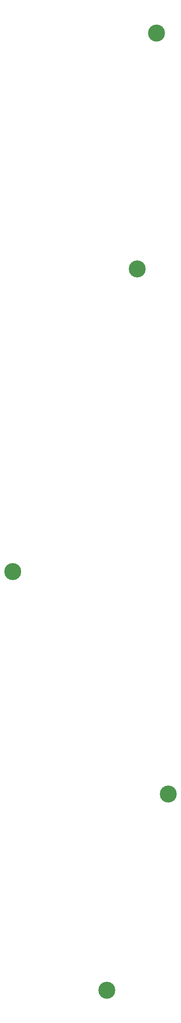
<source format=gbr>
G04 #@! TF.GenerationSoftware,KiCad,Pcbnew,(5.0.0)*
G04 #@! TF.CreationDate,2018-11-24T01:34:47+01:00*
G04 #@! TF.ProjectId,Insole_flex_32s,496E736F6C655F666C65785F3332732E,rev?*
G04 #@! TF.SameCoordinates,Original*
G04 #@! TF.FileFunction,Soldermask,Bot*
G04 #@! TF.FilePolarity,Negative*
%FSLAX46Y46*%
G04 Gerber Fmt 4.6, Leading zero omitted, Abs format (unit mm)*
G04 Created by KiCad (PCBNEW (5.0.0)) date 11/24/18 01:34:47*
%MOMM*%
%LPD*%
G01*
G04 APERTURE LIST*
%ADD10C,4.400000*%
G04 APERTURE END LIST*
D10*
G04 #@! TO.C,*
X62800000Y-37100000D03*
G04 #@! TD*
G04 #@! TO.C,*
X57800000Y-98100000D03*
G04 #@! TD*
G04 #@! TO.C,*
X25600000Y-176300000D03*
G04 #@! TD*
G04 #@! TO.C,*
X50000000Y-284500000D03*
G04 #@! TD*
G04 #@! TO.C,*
X65900000Y-233800000D03*
G04 #@! TD*
M02*

</source>
